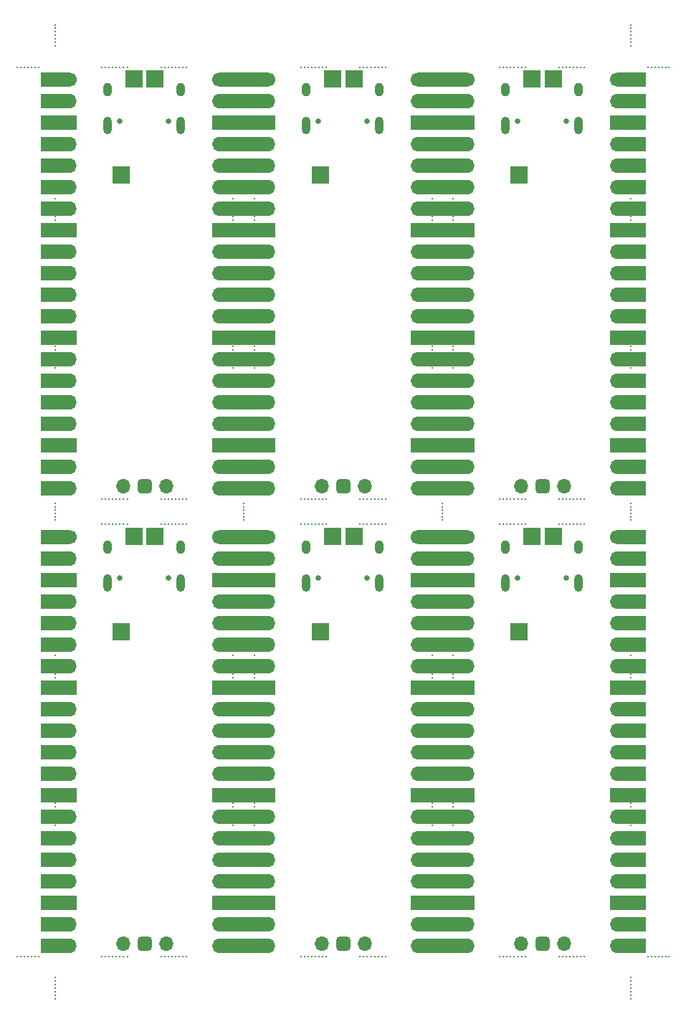
<source format=gbr>
%TF.GenerationSoftware,KiCad,Pcbnew,7.0.9*%
%TF.CreationDate,2024-05-10T15:51:33-04:00*%
%TF.ProjectId,panel,70616e65-6c2e-46b6-9963-61645f706362,rev?*%
%TF.SameCoordinates,Original*%
%TF.FileFunction,Soldermask,Bot*%
%TF.FilePolarity,Negative*%
%FSLAX46Y46*%
G04 Gerber Fmt 4.6, Leading zero omitted, Abs format (unit mm)*
G04 Created by KiCad (PCBNEW 7.0.9) date 2024-05-10 15:51:33*
%MOMM*%
%LPD*%
G01*
G04 APERTURE LIST*
G04 Aperture macros list*
%AMRoundRect*
0 Rectangle with rounded corners*
0 $1 Rounding radius*
0 $2 $3 $4 $5 $6 $7 $8 $9 X,Y pos of 4 corners*
0 Add a 4 corners polygon primitive as box body*
4,1,4,$2,$3,$4,$5,$6,$7,$8,$9,$2,$3,0*
0 Add four circle primitives for the rounded corners*
1,1,$1+$1,$2,$3*
1,1,$1+$1,$4,$5*
1,1,$1+$1,$6,$7*
1,1,$1+$1,$8,$9*
0 Add four rect primitives between the rounded corners*
20,1,$1+$1,$2,$3,$4,$5,0*
20,1,$1+$1,$4,$5,$6,$7,0*
20,1,$1+$1,$6,$7,$8,$9,0*
20,1,$1+$1,$8,$9,$2,$3,0*%
G04 Aperture macros list end*
%ADD10R,2.000000X2.000000*%
%ADD11C,0.200000*%
%ADD12R,3.500000X1.700000*%
%ADD13C,1.700000*%
%ADD14O,1.700000X1.700000*%
%ADD15R,1.700000X1.700000*%
%ADD16C,0.650000*%
%ADD17O,1.000000X2.100000*%
%ADD18O,1.000000X1.600000*%
%ADD19RoundRect,0.425000X0.425000X-0.425000X0.425000X0.425000X-0.425000X0.425000X-0.425000X-0.425000X0*%
G04 APERTURE END LIST*
D10*
%TO.C,TP1*%
X147290000Y-26380000D03*
%TD*%
%TO.C,TP2*%
X173290000Y-80380000D03*
%TD*%
%TO.C,TP1*%
X170790000Y-26380000D03*
%TD*%
%TO.C,TP3*%
X145810000Y-91710000D03*
%TD*%
%TO.C,TP2*%
X149790000Y-26380000D03*
%TD*%
%TO.C,TP3*%
X122310000Y-37710000D03*
%TD*%
%TO.C,TP2*%
X126290000Y-26380000D03*
%TD*%
%TO.C,TP2*%
X126290000Y-80380000D03*
%TD*%
%TO.C,TP3*%
X145810000Y-37710000D03*
%TD*%
%TO.C,TP1*%
X123790000Y-26380000D03*
%TD*%
%TO.C,TP1*%
X170790000Y-80380000D03*
%TD*%
%TO.C,TP3*%
X169310000Y-91710000D03*
%TD*%
%TO.C,TP1*%
X123790000Y-80380000D03*
%TD*%
%TO.C,TP2*%
X149790000Y-80380000D03*
%TD*%
%TO.C,TP1*%
X147290000Y-80380000D03*
%TD*%
%TO.C,TP3*%
X169310000Y-37710000D03*
%TD*%
%TO.C,TP3*%
X122310000Y-91710000D03*
%TD*%
%TO.C,TP2*%
X173290000Y-26380000D03*
%TD*%
D11*
%TO.C,KiKit_MB_10_5*%
X138000000Y-58785714D03*
%TD*%
%TO.C,KiKit_MB_3_5*%
X135500000Y-42214286D03*
%TD*%
%TO.C,KiKit_MB_29_5*%
X121714286Y-79000000D03*
%TD*%
%TO.C,KiKit_MB_58_6*%
X112083334Y-130000000D03*
%TD*%
%TO.C,KiKit_MB_35_8*%
X159000000Y-97500000D03*
%TD*%
%TO.C,KiKit_MB_25_1*%
X114500000Y-97500000D03*
%TD*%
%TO.C,KiKit_MB_30_8*%
X130000000Y-79000000D03*
%TD*%
%TO.C,KiKit_MB_14_7*%
X153071428Y-25000000D03*
%TD*%
%TO.C,KiKit_MB_35_4*%
X159000000Y-95785714D03*
%TD*%
%TO.C,KiKit_MB_43_7*%
X182500000Y-97071428D03*
%TD*%
%TO.C,KiKit_MB_31_7*%
X120428572Y-130000000D03*
%TD*%
%TO.C,KiKit_MB_9_2*%
X138000000Y-43071429D03*
%TD*%
%TO.C,KiKit_MB_28_3*%
X135500000Y-112357142D03*
%TD*%
%TO.C,KiKit_MB_32_4*%
X128714285Y-130000000D03*
%TD*%
%TO.C,KiKit_MB_16_8*%
X150500000Y-76000000D03*
%TD*%
%TO.C,KiKit_MB_41_3*%
X161500000Y-96642857D03*
%TD*%
%TO.C,KiKit_MB_5_1*%
X120000000Y-25000000D03*
%TD*%
D12*
%TO.C,J1*%
X137970000Y-26490000D03*
D13*
X139670000Y-26490000D03*
D12*
X137970000Y-29030000D03*
D14*
X139670000Y-29030000D03*
D12*
X137970000Y-31570000D03*
D15*
X139670000Y-31570000D03*
D12*
X137970000Y-34110000D03*
D14*
X139670000Y-34110000D03*
D12*
X137970000Y-36650000D03*
D14*
X139670000Y-36650000D03*
D12*
X137970000Y-39190000D03*
D14*
X139670000Y-39190000D03*
D12*
X137960000Y-41730000D03*
D14*
X139670000Y-41730000D03*
D12*
X137970000Y-44270000D03*
D15*
X139670000Y-44270000D03*
D12*
X137970000Y-46810000D03*
D14*
X139670000Y-46810000D03*
D12*
X137970000Y-49350000D03*
D14*
X139670000Y-49350000D03*
D12*
X137970000Y-51890000D03*
D14*
X139670000Y-51890000D03*
D12*
X137980000Y-54430000D03*
D14*
X139670000Y-54430000D03*
D12*
X137970000Y-56970000D03*
D15*
X139670000Y-56970000D03*
D12*
X137970000Y-59510000D03*
D14*
X139670000Y-59510000D03*
D12*
X137970000Y-62050000D03*
D14*
X139670000Y-62050000D03*
D12*
X137970000Y-64590000D03*
D14*
X139670000Y-64590000D03*
D12*
X137970000Y-67140000D03*
D14*
X139670000Y-67130000D03*
D12*
X137970000Y-69670000D03*
D15*
X139670000Y-69670000D03*
D12*
X137970000Y-72220000D03*
D14*
X139670000Y-72210000D03*
D12*
X137970000Y-74750000D03*
D14*
X139670000Y-74750000D03*
%TD*%
D11*
%TO.C,KiKit_MB_17_7*%
X161500000Y-40928572D03*
%TD*%
%TO.C,KiKit_MB_26_1*%
X114500000Y-114500000D03*
%TD*%
%TO.C,KiKit_MB_7_5*%
X121285715Y-76000000D03*
%TD*%
%TO.C,KiKit_MB_10_1*%
X138000000Y-60500000D03*
%TD*%
%TO.C,KiKit_MB_13_7*%
X146071428Y-25000000D03*
%TD*%
%TO.C,KiKit_MB_49_4*%
X136750000Y-77300000D03*
%TD*%
%TO.C,KiKit_MB_39_7*%
X143928571Y-130000000D03*
%TD*%
%TO.C,KiKit_MB_41_8*%
X161500000Y-94500000D03*
%TD*%
%TO.C,KiKit_MB_39_5*%
X144785714Y-130000000D03*
%TD*%
%TO.C,KiKit_MB_44_4*%
X182500000Y-112785714D03*
%TD*%
%TO.C,KiKit_MB_54_7*%
X182500000Y-22500000D03*
%TD*%
%TO.C,KiKit_MB_32_5*%
X128285714Y-130000000D03*
%TD*%
%TO.C,KiKit_MB_2_2*%
X114500000Y-60071428D03*
%TD*%
%TO.C,KiKit_MB_16_1*%
X153500000Y-76000000D03*
%TD*%
%TO.C,KiKit_MB_3_3*%
X135500000Y-41357143D03*
%TD*%
%TO.C,KiKit_MB_4_3*%
X135500000Y-58357142D03*
%TD*%
D13*
%TO.C,J2*%
X180840000Y-80460000D03*
D12*
X182540000Y-80460000D03*
D14*
X180840000Y-83000000D03*
D12*
X182540000Y-83000000D03*
D15*
X180840000Y-85540000D03*
D12*
X182540000Y-85540000D03*
D14*
X180840000Y-88080000D03*
D12*
X182540000Y-88080000D03*
D14*
X180840000Y-90620000D03*
D12*
X182540000Y-90620000D03*
D14*
X180840000Y-93160000D03*
D12*
X182540000Y-93160000D03*
D14*
X180840000Y-95700000D03*
D12*
X182550000Y-95700000D03*
D15*
X180840000Y-98240000D03*
D12*
X182540000Y-98240000D03*
D14*
X180840000Y-100780000D03*
D12*
X182540000Y-100780000D03*
D14*
X180840000Y-103320000D03*
D12*
X182540000Y-103320000D03*
D14*
X180840000Y-105860000D03*
D12*
X182540000Y-105860000D03*
D14*
X180840000Y-108400000D03*
D12*
X182530000Y-108400000D03*
D15*
X180840000Y-110940000D03*
D12*
X182540000Y-110940000D03*
D14*
X180840000Y-113480000D03*
D12*
X182540000Y-113480000D03*
D14*
X180840000Y-116020000D03*
D12*
X182540000Y-116020000D03*
D14*
X180840000Y-118560000D03*
D12*
X182540000Y-118560000D03*
D14*
X180840000Y-121100000D03*
D12*
X182540000Y-121110000D03*
D15*
X180840000Y-123640000D03*
D12*
X182540000Y-123640000D03*
D14*
X180840000Y-126180000D03*
D12*
X182540000Y-126190000D03*
D14*
X180840000Y-128720000D03*
D12*
X182540000Y-128720000D03*
%TD*%
D11*
%TO.C,KiKit_MB_10_7*%
X138000000Y-57928571D03*
%TD*%
%TO.C,KiKit_MB_5_8*%
X123000000Y-25000000D03*
%TD*%
%TO.C,KiKit_MB_44_6*%
X182500000Y-113642857D03*
%TD*%
%TO.C,KiKit_MB_21_8*%
X170000000Y-25000000D03*
%TD*%
%TO.C,KiKit_MB_13_4*%
X144785714Y-25000000D03*
%TD*%
%TO.C,KiKit_MB_59_5*%
X186166666Y-25000000D03*
%TD*%
%TO.C,KiKit_MB_22_5*%
X175714285Y-25000000D03*
%TD*%
%TO.C,KiKit_MB_21_5*%
X168714285Y-25000000D03*
%TD*%
D13*
%TO.C,J2*%
X133840000Y-80460000D03*
D12*
X135540000Y-80460000D03*
D14*
X133840000Y-83000000D03*
D12*
X135540000Y-83000000D03*
D15*
X133840000Y-85540000D03*
D12*
X135540000Y-85540000D03*
D14*
X133840000Y-88080000D03*
D12*
X135540000Y-88080000D03*
D14*
X133840000Y-90620000D03*
D12*
X135540000Y-90620000D03*
D14*
X133840000Y-93160000D03*
D12*
X135540000Y-93160000D03*
D14*
X133840000Y-95700000D03*
D12*
X135550000Y-95700000D03*
D15*
X133840000Y-98240000D03*
D12*
X135540000Y-98240000D03*
D14*
X133840000Y-100780000D03*
D12*
X135540000Y-100780000D03*
D14*
X133840000Y-103320000D03*
D12*
X135540000Y-103320000D03*
D14*
X133840000Y-105860000D03*
D12*
X135540000Y-105860000D03*
D14*
X133840000Y-108400000D03*
D12*
X135530000Y-108400000D03*
D15*
X133840000Y-110940000D03*
D12*
X135540000Y-110940000D03*
D14*
X133840000Y-113480000D03*
D12*
X135540000Y-113480000D03*
D14*
X133840000Y-116020000D03*
D12*
X135540000Y-116020000D03*
D14*
X133840000Y-118560000D03*
D12*
X135540000Y-118560000D03*
D14*
X133840000Y-121100000D03*
D12*
X135540000Y-121110000D03*
D15*
X133840000Y-123640000D03*
D12*
X135540000Y-123640000D03*
D14*
X133840000Y-126180000D03*
D12*
X135540000Y-126190000D03*
D14*
X133840000Y-128720000D03*
D12*
X135540000Y-128720000D03*
%TD*%
D11*
%TO.C,KiKit_MB_39_8*%
X143500000Y-130000000D03*
%TD*%
%TO.C,KiKit_MB_20_5*%
X182500000Y-59214285D03*
%TD*%
%TO.C,KiKit_MB_26_7*%
X114500000Y-111928571D03*
%TD*%
%TO.C,KiKit_MB_20_8*%
X182500000Y-60500000D03*
%TD*%
%TO.C,KiKit_MB_45_8*%
X170000000Y-79000000D03*
%TD*%
%TO.C,KiKit_MB_6_5*%
X128714285Y-25000000D03*
%TD*%
%TO.C,KiKit_MB_1_8*%
X114500000Y-40500000D03*
%TD*%
%TO.C,KiKit_MB_57_7*%
X112500000Y-25000000D03*
%TD*%
D16*
%TO.C,J4*%
X174850000Y-85350000D03*
X169070000Y-85350000D03*
D17*
X176280000Y-85880000D03*
D18*
X176280000Y-81700000D03*
D17*
X167640000Y-85880000D03*
D18*
X167640000Y-81700000D03*
%TD*%
D11*
%TO.C,KiKit_MB_21_2*%
X167428571Y-25000000D03*
%TD*%
%TO.C,KiKit_MB_20_2*%
X182500000Y-57928571D03*
%TD*%
%TO.C,KiKit_MB_15_8*%
X143500000Y-76000000D03*
%TD*%
%TO.C,KiKit_MB_46_6*%
X176142857Y-79000000D03*
%TD*%
%TO.C,KiKit_MB_34_3*%
X138000000Y-113642857D03*
%TD*%
%TO.C,KiKit_MB_23_2*%
X169571428Y-76000000D03*
%TD*%
%TO.C,KiKit_MB_45_1*%
X167000000Y-79000000D03*
%TD*%
%TO.C,KiKit_MB_8_3*%
X129142857Y-76000000D03*
%TD*%
%TO.C,KiKit_MB_30_3*%
X127857142Y-79000000D03*
%TD*%
%TO.C,KiKit_MB_7_7*%
X120428572Y-76000000D03*
%TD*%
%TO.C,KiKit_MB_18_2*%
X161500000Y-60071428D03*
%TD*%
%TO.C,KiKit_MB_58_7*%
X112500000Y-130000000D03*
%TD*%
%TO.C,KiKit_MB_40_7*%
X150928571Y-130000000D03*
%TD*%
%TO.C,KiKit_MB_3_4*%
X135500000Y-41785715D03*
%TD*%
%TO.C,KiKit_MB_34_2*%
X138000000Y-114071428D03*
%TD*%
%TO.C,KiKit_MB_26_2*%
X114500000Y-114071428D03*
%TD*%
%TO.C,KiKit_MB_49_2*%
X136750000Y-78100000D03*
%TD*%
%TO.C,KiKit_MB_2_7*%
X114500000Y-57928571D03*
%TD*%
%TO.C,KiKit_MB_19_7*%
X182500000Y-43071429D03*
%TD*%
%TO.C,KiKit_MB_30_6*%
X129142857Y-79000000D03*
%TD*%
%TO.C,KiKit_MB_49_6*%
X136750000Y-76500000D03*
%TD*%
%TO.C,KiKit_MB_11_5*%
X159000000Y-42214286D03*
%TD*%
%TO.C,KiKit_MB_48_4*%
X175714285Y-130000000D03*
%TD*%
%TO.C,KiKit_MB_30_7*%
X129571428Y-79000000D03*
%TD*%
%TO.C,KiKit_MB_38_5*%
X152214285Y-79000000D03*
%TD*%
%TO.C,KiKit_MB_37_4*%
X144785714Y-79000000D03*
%TD*%
%TO.C,KiKit_MB_19_2*%
X182500000Y-40928572D03*
%TD*%
%TO.C,KiKit_MB_26_5*%
X114500000Y-112785714D03*
%TD*%
%TO.C,KiKit_MB_46_7*%
X176571428Y-79000000D03*
%TD*%
%TO.C,KiKit_MB_31_5*%
X121285715Y-130000000D03*
%TD*%
D13*
%TO.C,J2*%
X133840000Y-26460000D03*
D12*
X135540000Y-26460000D03*
D14*
X133840000Y-29000000D03*
D12*
X135540000Y-29000000D03*
D15*
X133840000Y-31540000D03*
D12*
X135540000Y-31540000D03*
D14*
X133840000Y-34080000D03*
D12*
X135540000Y-34080000D03*
D14*
X133840000Y-36620000D03*
D12*
X135540000Y-36620000D03*
D14*
X133840000Y-39160000D03*
D12*
X135540000Y-39160000D03*
D14*
X133840000Y-41700000D03*
D12*
X135550000Y-41700000D03*
D15*
X133840000Y-44240000D03*
D12*
X135540000Y-44240000D03*
D14*
X133840000Y-46780000D03*
D12*
X135540000Y-46780000D03*
D14*
X133840000Y-49320000D03*
D12*
X135540000Y-49320000D03*
D14*
X133840000Y-51860000D03*
D12*
X135540000Y-51860000D03*
D14*
X133840000Y-54400000D03*
D12*
X135530000Y-54400000D03*
D15*
X133840000Y-56940000D03*
D12*
X135540000Y-56940000D03*
D14*
X133840000Y-59480000D03*
D12*
X135540000Y-59480000D03*
D14*
X133840000Y-62020000D03*
D12*
X135540000Y-62020000D03*
D14*
X133840000Y-64560000D03*
D12*
X135540000Y-64560000D03*
D14*
X133840000Y-67100000D03*
D12*
X135540000Y-67110000D03*
D15*
X133840000Y-69640000D03*
D12*
X135540000Y-69640000D03*
D14*
X133840000Y-72180000D03*
D12*
X135540000Y-72190000D03*
D14*
X133840000Y-74720000D03*
D12*
X135540000Y-74720000D03*
%TD*%
D11*
%TO.C,KiKit_MB_49_3*%
X136750000Y-77700000D03*
%TD*%
%TO.C,KiKit_MB_38_8*%
X153500000Y-79000000D03*
%TD*%
%TO.C,KiKit_MB_13_8*%
X146500000Y-25000000D03*
%TD*%
%TO.C,KiKit_MB_35_6*%
X159000000Y-96642857D03*
%TD*%
%TO.C,KiKit_MB_12_6*%
X159000000Y-59642857D03*
%TD*%
%TO.C,KiKit_MB_2_1*%
X114500000Y-60500000D03*
%TD*%
%TO.C,KiKit_MB_59_7*%
X187000000Y-25000000D03*
%TD*%
%TO.C,KiKit_MB_60_5*%
X186166666Y-130000000D03*
%TD*%
%TO.C,KiKit_MB_25_5*%
X114500000Y-95785714D03*
%TD*%
%TO.C,KiKit_MB_18_7*%
X161500000Y-57928571D03*
%TD*%
%TO.C,KiKit_MB_51_6*%
X114500000Y-78500000D03*
%TD*%
%TO.C,KiKit_MB_18_6*%
X161500000Y-58357142D03*
%TD*%
%TO.C,KiKit_MB_55_6*%
X114500000Y-134583333D03*
%TD*%
%TO.C,KiKit_MB_23_8*%
X167000000Y-76000000D03*
%TD*%
%TO.C,KiKit_MB_29_1*%
X120000000Y-79000000D03*
%TD*%
%TO.C,KiKit_MB_25_3*%
X114500000Y-96642857D03*
%TD*%
%TO.C,KiKit_MB_30_1*%
X127000000Y-79000000D03*
%TD*%
%TO.C,KiKit_MB_13_1*%
X143500000Y-25000000D03*
%TD*%
%TO.C,KiKit_MB_27_5*%
X135500000Y-96214285D03*
%TD*%
D12*
%TO.C,J1*%
X137970000Y-80490000D03*
D13*
X139670000Y-80490000D03*
D12*
X137970000Y-83030000D03*
D14*
X139670000Y-83030000D03*
D12*
X137970000Y-85570000D03*
D15*
X139670000Y-85570000D03*
D12*
X137970000Y-88110000D03*
D14*
X139670000Y-88110000D03*
D12*
X137970000Y-90650000D03*
D14*
X139670000Y-90650000D03*
D12*
X137970000Y-93190000D03*
D14*
X139670000Y-93190000D03*
D12*
X137960000Y-95730000D03*
D14*
X139670000Y-95730000D03*
D12*
X137970000Y-98270000D03*
D15*
X139670000Y-98270000D03*
D12*
X137970000Y-100810000D03*
D14*
X139670000Y-100810000D03*
D12*
X137970000Y-103350000D03*
D14*
X139670000Y-103350000D03*
D12*
X137970000Y-105890000D03*
D14*
X139670000Y-105890000D03*
D12*
X137980000Y-108430000D03*
D14*
X139670000Y-108430000D03*
D12*
X137970000Y-110970000D03*
D15*
X139670000Y-110970000D03*
D12*
X137970000Y-113510000D03*
D14*
X139670000Y-113510000D03*
D12*
X137970000Y-116050000D03*
D14*
X139670000Y-116050000D03*
D12*
X137970000Y-118590000D03*
D14*
X139670000Y-118590000D03*
D12*
X137970000Y-121140000D03*
D14*
X139670000Y-121130000D03*
D12*
X137970000Y-123670000D03*
D15*
X139670000Y-123670000D03*
D12*
X137970000Y-126220000D03*
D14*
X139670000Y-126210000D03*
D12*
X137970000Y-128750000D03*
D14*
X139670000Y-128750000D03*
%TD*%
D11*
%TO.C,KiKit_MB_32_2*%
X129571428Y-130000000D03*
%TD*%
%TO.C,KiKit_MB_45_3*%
X167857142Y-79000000D03*
%TD*%
%TO.C,KiKit_MB_33_2*%
X138000000Y-97071428D03*
%TD*%
%TO.C,KiKit_MB_3_6*%
X135500000Y-42642858D03*
%TD*%
%TO.C,KiKit_MB_34_5*%
X138000000Y-112785714D03*
%TD*%
%TO.C,KiKit_MB_33_4*%
X138000000Y-96214285D03*
%TD*%
D13*
%TO.C,J2*%
X157340000Y-26460000D03*
D12*
X159040000Y-26460000D03*
D14*
X157340000Y-29000000D03*
D12*
X159040000Y-29000000D03*
D15*
X157340000Y-31540000D03*
D12*
X159040000Y-31540000D03*
D14*
X157340000Y-34080000D03*
D12*
X159040000Y-34080000D03*
D14*
X157340000Y-36620000D03*
D12*
X159040000Y-36620000D03*
D14*
X157340000Y-39160000D03*
D12*
X159040000Y-39160000D03*
D14*
X157340000Y-41700000D03*
D12*
X159050000Y-41700000D03*
D15*
X157340000Y-44240000D03*
D12*
X159040000Y-44240000D03*
D14*
X157340000Y-46780000D03*
D12*
X159040000Y-46780000D03*
D14*
X157340000Y-49320000D03*
D12*
X159040000Y-49320000D03*
D14*
X157340000Y-51860000D03*
D12*
X159040000Y-51860000D03*
D14*
X157340000Y-54400000D03*
D12*
X159030000Y-54400000D03*
D15*
X157340000Y-56940000D03*
D12*
X159040000Y-56940000D03*
D14*
X157340000Y-59480000D03*
D12*
X159040000Y-59480000D03*
D14*
X157340000Y-62020000D03*
D12*
X159040000Y-62020000D03*
D14*
X157340000Y-64560000D03*
D12*
X159040000Y-64560000D03*
D14*
X157340000Y-67100000D03*
D12*
X159040000Y-67110000D03*
D15*
X157340000Y-69640000D03*
D12*
X159040000Y-69640000D03*
D14*
X157340000Y-72180000D03*
D12*
X159040000Y-72190000D03*
D14*
X157340000Y-74720000D03*
D12*
X159040000Y-74720000D03*
%TD*%
D11*
%TO.C,KiKit_MB_11_2*%
X159000000Y-40928572D03*
%TD*%
%TO.C,KiKit_MB_28_7*%
X135500000Y-114071428D03*
%TD*%
%TO.C,KiKit_MB_22_2*%
X174428571Y-25000000D03*
%TD*%
%TO.C,KiKit_MB_6_1*%
X127000000Y-25000000D03*
%TD*%
%TO.C,KiKit_MB_15_5*%
X144785714Y-76000000D03*
%TD*%
%TO.C,KiKit_MB_48_8*%
X174000000Y-130000000D03*
%TD*%
%TO.C,KiKit_MB_26_4*%
X114500000Y-113214285D03*
%TD*%
%TO.C,KiKit_MB_33_3*%
X138000000Y-96642857D03*
%TD*%
%TO.C,KiKit_MB_34_7*%
X138000000Y-111928571D03*
%TD*%
%TO.C,KiKit_MB_35_1*%
X159000000Y-94500000D03*
%TD*%
%TO.C,KiKit_MB_36_2*%
X159000000Y-111928571D03*
%TD*%
%TO.C,KiKit_MB_32_8*%
X127000000Y-130000000D03*
%TD*%
%TO.C,KiKit_MB_47_1*%
X170000000Y-130000000D03*
%TD*%
%TO.C,KiKit_MB_44_3*%
X182500000Y-112357142D03*
%TD*%
%TO.C,KiKit_MB_32_3*%
X129142857Y-130000000D03*
%TD*%
%TO.C,KiKit_MB_37_2*%
X143928571Y-79000000D03*
%TD*%
%TO.C,KiKit_MB_15_4*%
X145214285Y-76000000D03*
%TD*%
%TO.C,KiKit_MB_33_7*%
X138000000Y-94928571D03*
%TD*%
%TO.C,KiKit_MB_40_1*%
X153500000Y-130000000D03*
%TD*%
%TO.C,KiKit_MB_36_1*%
X159000000Y-111500000D03*
%TD*%
%TO.C,KiKit_MB_58_5*%
X111666667Y-130000000D03*
%TD*%
%TO.C,KiKit_MB_29_4*%
X121285715Y-79000000D03*
%TD*%
%TO.C,KiKit_MB_55_5*%
X114500000Y-134166666D03*
%TD*%
%TO.C,KiKit_MB_40_3*%
X152642857Y-130000000D03*
%TD*%
%TO.C,KiKit_MB_42_8*%
X161500000Y-111500000D03*
%TD*%
%TO.C,KiKit_MB_32_1*%
X130000000Y-130000000D03*
%TD*%
%TO.C,KiKit_MB_8_1*%
X130000000Y-76000000D03*
%TD*%
%TO.C,KiKit_MB_3_8*%
X135500000Y-43500000D03*
%TD*%
%TO.C,KiKit_MB_42_2*%
X161500000Y-114071428D03*
%TD*%
%TO.C,KiKit_MB_55_7*%
X114500000Y-135000000D03*
%TD*%
%TO.C,KiKit_MB_60_3*%
X185333333Y-130000000D03*
%TD*%
%TO.C,KiKit_MB_52_6*%
X182500000Y-78500000D03*
%TD*%
%TO.C,KiKit_MB_5_2*%
X120428572Y-25000000D03*
%TD*%
%TO.C,KiKit_MB_47_3*%
X169142857Y-130000000D03*
%TD*%
%TO.C,KiKit_MB_19_4*%
X182500000Y-41785715D03*
%TD*%
%TO.C,KiKit_MB_9_8*%
X138000000Y-40500000D03*
%TD*%
%TO.C,KiKit_MB_40_2*%
X153071428Y-130000000D03*
%TD*%
%TO.C,KiKit_MB_54_1*%
X182500000Y-20000000D03*
%TD*%
%TO.C,KiKit_MB_48_7*%
X174428571Y-130000000D03*
%TD*%
%TO.C,KiKit_MB_1_7*%
X114500000Y-40928572D03*
%TD*%
%TO.C,KiKit_MB_38_2*%
X150928571Y-79000000D03*
%TD*%
%TO.C,KiKit_MB_48_3*%
X176142857Y-130000000D03*
%TD*%
%TO.C,KiKit_MB_48_6*%
X174857142Y-130000000D03*
%TD*%
%TO.C,KiKit_MB_2_5*%
X114500000Y-58785714D03*
%TD*%
%TO.C,KiKit_MB_5_3*%
X120857143Y-25000000D03*
%TD*%
%TO.C,KiKit_MB_1_3*%
X114500000Y-42642858D03*
%TD*%
%TO.C,KiKit_MB_22_7*%
X176571428Y-25000000D03*
%TD*%
%TO.C,KiKit_MB_17_5*%
X161500000Y-41785715D03*
%TD*%
%TO.C,KiKit_MB_40_6*%
X151357142Y-130000000D03*
%TD*%
%TO.C,KiKit_MB_42_3*%
X161500000Y-113642857D03*
%TD*%
%TO.C,KiKit_MB_42_6*%
X161500000Y-112357142D03*
%TD*%
%TO.C,KiKit_MB_44_7*%
X182500000Y-114071428D03*
%TD*%
%TO.C,KiKit_MB_28_8*%
X135500000Y-114500000D03*
%TD*%
%TO.C,KiKit_MB_4_2*%
X135500000Y-57928571D03*
%TD*%
%TO.C,KiKit_MB_46_4*%
X175285714Y-79000000D03*
%TD*%
%TO.C,KiKit_MB_46_8*%
X177000000Y-79000000D03*
%TD*%
D12*
%TO.C,J1*%
X114470000Y-26490000D03*
D13*
X116170000Y-26490000D03*
D12*
X114470000Y-29030000D03*
D14*
X116170000Y-29030000D03*
D12*
X114470000Y-31570000D03*
D15*
X116170000Y-31570000D03*
D12*
X114470000Y-34110000D03*
D14*
X116170000Y-34110000D03*
D12*
X114470000Y-36650000D03*
D14*
X116170000Y-36650000D03*
D12*
X114470000Y-39190000D03*
D14*
X116170000Y-39190000D03*
D12*
X114460000Y-41730000D03*
D14*
X116170000Y-41730000D03*
D12*
X114470000Y-44270000D03*
D15*
X116170000Y-44270000D03*
D12*
X114470000Y-46810000D03*
D14*
X116170000Y-46810000D03*
D12*
X114470000Y-49350000D03*
D14*
X116170000Y-49350000D03*
D12*
X114470000Y-51890000D03*
D14*
X116170000Y-51890000D03*
D12*
X114480000Y-54430000D03*
D14*
X116170000Y-54430000D03*
D12*
X114470000Y-56970000D03*
D15*
X116170000Y-56970000D03*
D12*
X114470000Y-59510000D03*
D14*
X116170000Y-59510000D03*
D12*
X114470000Y-62050000D03*
D14*
X116170000Y-62050000D03*
D12*
X114470000Y-64590000D03*
D14*
X116170000Y-64590000D03*
D12*
X114470000Y-67140000D03*
D14*
X116170000Y-67130000D03*
D12*
X114470000Y-69670000D03*
D15*
X116170000Y-69670000D03*
D12*
X114470000Y-72220000D03*
D14*
X116170000Y-72210000D03*
D12*
X114470000Y-74750000D03*
D14*
X116170000Y-74750000D03*
%TD*%
D11*
%TO.C,KiKit_MB_47_4*%
X168714285Y-130000000D03*
%TD*%
D16*
%TO.C,J4*%
X127850000Y-31350000D03*
X122070000Y-31350000D03*
D17*
X129280000Y-31880000D03*
D18*
X129280000Y-27700000D03*
D17*
X120640000Y-31880000D03*
D18*
X120640000Y-27700000D03*
%TD*%
D11*
%TO.C,KiKit_MB_1_4*%
X114500000Y-42214286D03*
%TD*%
%TO.C,KiKit_MB_28_4*%
X135500000Y-112785714D03*
%TD*%
%TO.C,KiKit_MB_17_6*%
X161500000Y-41357143D03*
%TD*%
%TO.C,KiKit_MB_8_2*%
X129571428Y-76000000D03*
%TD*%
%TO.C,KiKit_MB_10_8*%
X138000000Y-57500000D03*
%TD*%
%TO.C,KiKit_MB_42_4*%
X161500000Y-113214285D03*
%TD*%
%TO.C,KiKit_MB_4_7*%
X135500000Y-60071428D03*
%TD*%
D12*
%TO.C,J1*%
X161470000Y-80490000D03*
D13*
X163170000Y-80490000D03*
D12*
X161470000Y-83030000D03*
D14*
X163170000Y-83030000D03*
D12*
X161470000Y-85570000D03*
D15*
X163170000Y-85570000D03*
D12*
X161470000Y-88110000D03*
D14*
X163170000Y-88110000D03*
D12*
X161470000Y-90650000D03*
D14*
X163170000Y-90650000D03*
D12*
X161470000Y-93190000D03*
D14*
X163170000Y-93190000D03*
D12*
X161460000Y-95730000D03*
D14*
X163170000Y-95730000D03*
D12*
X161470000Y-98270000D03*
D15*
X163170000Y-98270000D03*
D12*
X161470000Y-100810000D03*
D14*
X163170000Y-100810000D03*
D12*
X161470000Y-103350000D03*
D14*
X163170000Y-103350000D03*
D12*
X161470000Y-105890000D03*
D14*
X163170000Y-105890000D03*
D12*
X161480000Y-108430000D03*
D14*
X163170000Y-108430000D03*
D12*
X161470000Y-110970000D03*
D15*
X163170000Y-110970000D03*
D12*
X161470000Y-113510000D03*
D14*
X163170000Y-113510000D03*
D12*
X161470000Y-116050000D03*
D14*
X163170000Y-116050000D03*
D12*
X161470000Y-118590000D03*
D14*
X163170000Y-118590000D03*
D12*
X161470000Y-121140000D03*
D14*
X163170000Y-121130000D03*
D12*
X161470000Y-123670000D03*
D15*
X163170000Y-123670000D03*
D12*
X161470000Y-126220000D03*
D14*
X163170000Y-126210000D03*
D12*
X161470000Y-128750000D03*
D14*
X163170000Y-128750000D03*
%TD*%
D11*
%TO.C,KiKit_MB_51_5*%
X114500000Y-78100000D03*
%TD*%
%TO.C,KiKit_MB_7_2*%
X122571429Y-76000000D03*
%TD*%
%TO.C,KiKit_MB_11_6*%
X159000000Y-42642858D03*
%TD*%
%TO.C,KiKit_MB_6_3*%
X127857142Y-25000000D03*
%TD*%
%TO.C,KiKit_MB_22_8*%
X177000000Y-25000000D03*
%TD*%
%TO.C,KiKit_MB_44_8*%
X182500000Y-114500000D03*
%TD*%
%TO.C,KiKit_MB_29_8*%
X123000000Y-79000000D03*
%TD*%
%TO.C,KiKit_MB_59_2*%
X184916666Y-25000000D03*
%TD*%
%TO.C,KiKit_MB_27_3*%
X135500000Y-95357142D03*
%TD*%
%TO.C,KiKit_MB_12_2*%
X159000000Y-57928571D03*
%TD*%
%TO.C,KiKit_MB_54_2*%
X182500000Y-20416667D03*
%TD*%
%TO.C,KiKit_MB_43_6*%
X182500000Y-96642857D03*
%TD*%
%TO.C,KiKit_MB_11_1*%
X159000000Y-40500000D03*
%TD*%
%TO.C,KiKit_MB_54_4*%
X182500000Y-21250000D03*
%TD*%
%TO.C,KiKit_MB_24_1*%
X177000000Y-76000000D03*
%TD*%
%TO.C,KiKit_MB_11_7*%
X159000000Y-43071429D03*
%TD*%
%TO.C,KiKit_MB_17_4*%
X161500000Y-42214286D03*
%TD*%
%TO.C,KiKit_MB_54_3*%
X182500000Y-20833334D03*
%TD*%
D14*
%TO.C,J3*%
X122525000Y-74470000D03*
D19*
X125065000Y-74470000D03*
D14*
X127605000Y-74470000D03*
%TD*%
D11*
%TO.C,KiKit_MB_19_3*%
X182500000Y-41357143D03*
%TD*%
%TO.C,KiKit_MB_4_5*%
X135500000Y-59214285D03*
%TD*%
%TO.C,KiKit_MB_57_6*%
X112083334Y-25000000D03*
%TD*%
%TO.C,KiKit_MB_14_5*%
X152214285Y-25000000D03*
%TD*%
%TO.C,KiKit_MB_46_2*%
X174428571Y-79000000D03*
%TD*%
%TO.C,KiKit_MB_19_6*%
X182500000Y-42642858D03*
%TD*%
%TO.C,KiKit_MB_36_4*%
X159000000Y-112785714D03*
%TD*%
%TO.C,KiKit_MB_16_3*%
X152642857Y-76000000D03*
%TD*%
%TO.C,KiKit_MB_51_2*%
X114500000Y-76900000D03*
%TD*%
%TO.C,KiKit_MB_4_1*%
X135500000Y-57500000D03*
%TD*%
%TO.C,KiKit_MB_37_6*%
X145642857Y-79000000D03*
%TD*%
%TO.C,KiKit_MB_56_1*%
X182500000Y-132500000D03*
%TD*%
%TO.C,KiKit_MB_37_5*%
X145214285Y-79000000D03*
%TD*%
%TO.C,KiKit_MB_45_2*%
X167428571Y-79000000D03*
%TD*%
%TO.C,KiKit_MB_4_8*%
X135500000Y-60500000D03*
%TD*%
%TO.C,KiKit_MB_46_3*%
X174857142Y-79000000D03*
%TD*%
%TO.C,KiKit_MB_14_3*%
X151357142Y-25000000D03*
%TD*%
%TO.C,KiKit_MB_56_3*%
X182500000Y-133333333D03*
%TD*%
%TO.C,KiKit_MB_57_5*%
X111666667Y-25000000D03*
%TD*%
%TO.C,KiKit_MB_51_4*%
X114500000Y-77700000D03*
%TD*%
%TO.C,KiKit_MB_17_2*%
X161500000Y-43071429D03*
%TD*%
%TO.C,KiKit_MB_8_7*%
X127428571Y-76000000D03*
%TD*%
%TO.C,KiKit_MB_40_4*%
X152214285Y-130000000D03*
%TD*%
%TO.C,KiKit_MB_10_3*%
X138000000Y-59642857D03*
%TD*%
%TO.C,KiKit_MB_11_4*%
X159000000Y-41785715D03*
%TD*%
%TO.C,KiKit_MB_52_3*%
X182500000Y-77300000D03*
%TD*%
%TO.C,KiKit_MB_53_7*%
X114500000Y-22500000D03*
%TD*%
%TO.C,KiKit_MB_57_3*%
X110833334Y-25000000D03*
%TD*%
%TO.C,KiKit_MB_9_1*%
X138000000Y-43500000D03*
%TD*%
%TO.C,KiKit_MB_23_4*%
X168714285Y-76000000D03*
%TD*%
%TO.C,KiKit_MB_54_5*%
X182500000Y-21666667D03*
%TD*%
%TO.C,KiKit_MB_47_7*%
X167428571Y-130000000D03*
%TD*%
%TO.C,KiKit_MB_38_7*%
X153071428Y-79000000D03*
%TD*%
%TO.C,KiKit_MB_10_2*%
X138000000Y-60071428D03*
%TD*%
%TO.C,KiKit_MB_44_2*%
X182500000Y-111928571D03*
%TD*%
%TO.C,KiKit_MB_37_3*%
X144357142Y-79000000D03*
%TD*%
%TO.C,KiKit_MB_56_5*%
X182500000Y-134166666D03*
%TD*%
%TO.C,KiKit_MB_47_6*%
X167857142Y-130000000D03*
%TD*%
%TO.C,KiKit_MB_13_6*%
X145642857Y-25000000D03*
%TD*%
%TO.C,KiKit_MB_50_4*%
X160250000Y-77700000D03*
%TD*%
%TO.C,KiKit_MB_12_5*%
X159000000Y-59214285D03*
%TD*%
%TO.C,KiKit_MB_24_6*%
X174857142Y-76000000D03*
%TD*%
D16*
%TO.C,J4*%
X151350000Y-31350000D03*
X145570000Y-31350000D03*
D17*
X152780000Y-31880000D03*
D18*
X152780000Y-27700000D03*
D17*
X144140000Y-31880000D03*
D18*
X144140000Y-27700000D03*
%TD*%
D11*
%TO.C,KiKit_MB_25_2*%
X114500000Y-97071428D03*
%TD*%
%TO.C,KiKit_MB_41_5*%
X161500000Y-95785714D03*
%TD*%
%TO.C,KiKit_MB_13_3*%
X144357142Y-25000000D03*
%TD*%
%TO.C,KiKit_MB_9_7*%
X138000000Y-40928572D03*
%TD*%
%TO.C,KiKit_MB_45_4*%
X168285714Y-79000000D03*
%TD*%
D12*
%TO.C,J1*%
X161470000Y-26490000D03*
D13*
X163170000Y-26490000D03*
D12*
X161470000Y-29030000D03*
D14*
X163170000Y-29030000D03*
D12*
X161470000Y-31570000D03*
D15*
X163170000Y-31570000D03*
D12*
X161470000Y-34110000D03*
D14*
X163170000Y-34110000D03*
D12*
X161470000Y-36650000D03*
D14*
X163170000Y-36650000D03*
D12*
X161470000Y-39190000D03*
D14*
X163170000Y-39190000D03*
D12*
X161460000Y-41730000D03*
D14*
X163170000Y-41730000D03*
D12*
X161470000Y-44270000D03*
D15*
X163170000Y-44270000D03*
D12*
X161470000Y-46810000D03*
D14*
X163170000Y-46810000D03*
D12*
X161470000Y-49350000D03*
D14*
X163170000Y-49350000D03*
D12*
X161470000Y-51890000D03*
D14*
X163170000Y-51890000D03*
D12*
X161480000Y-54430000D03*
D14*
X163170000Y-54430000D03*
D12*
X161470000Y-56970000D03*
D15*
X163170000Y-56970000D03*
D12*
X161470000Y-59510000D03*
D14*
X163170000Y-59510000D03*
D12*
X161470000Y-62050000D03*
D14*
X163170000Y-62050000D03*
D12*
X161470000Y-64590000D03*
D14*
X163170000Y-64590000D03*
D12*
X161470000Y-67140000D03*
D14*
X163170000Y-67130000D03*
D12*
X161470000Y-69670000D03*
D15*
X163170000Y-69670000D03*
D12*
X161470000Y-72220000D03*
D14*
X163170000Y-72210000D03*
D12*
X161470000Y-74750000D03*
D14*
X163170000Y-74750000D03*
%TD*%
D11*
%TO.C,KiKit_MB_1_5*%
X114500000Y-41785715D03*
%TD*%
%TO.C,KiKit_MB_34_1*%
X138000000Y-114500000D03*
%TD*%
D14*
%TO.C,J3*%
X146025000Y-74470000D03*
D19*
X148565000Y-74470000D03*
D14*
X151105000Y-74470000D03*
%TD*%
D11*
%TO.C,KiKit_MB_7_1*%
X123000000Y-76000000D03*
%TD*%
%TO.C,KiKit_MB_20_3*%
X182500000Y-58357142D03*
%TD*%
%TO.C,KiKit_MB_24_2*%
X176571428Y-76000000D03*
%TD*%
%TO.C,KiKit_MB_2_3*%
X114500000Y-59642857D03*
%TD*%
%TO.C,KiKit_MB_22_1*%
X174000000Y-25000000D03*
%TD*%
%TO.C,KiKit_MB_53_2*%
X114500000Y-20416667D03*
%TD*%
%TO.C,KiKit_MB_31_1*%
X123000000Y-130000000D03*
%TD*%
%TO.C,KiKit_MB_43_2*%
X182500000Y-94928571D03*
%TD*%
%TO.C,KiKit_MB_43_8*%
X182500000Y-97500000D03*
%TD*%
%TO.C,KiKit_MB_53_4*%
X114500000Y-21250000D03*
%TD*%
%TO.C,KiKit_MB_52_1*%
X182500000Y-76500000D03*
%TD*%
%TO.C,KiKit_MB_26_6*%
X114500000Y-112357142D03*
%TD*%
%TO.C,KiKit_MB_40_5*%
X151785714Y-130000000D03*
%TD*%
D13*
%TO.C,J2*%
X157340000Y-80460000D03*
D12*
X159040000Y-80460000D03*
D14*
X157340000Y-83000000D03*
D12*
X159040000Y-83000000D03*
D15*
X157340000Y-85540000D03*
D12*
X159040000Y-85540000D03*
D14*
X157340000Y-88080000D03*
D12*
X159040000Y-88080000D03*
D14*
X157340000Y-90620000D03*
D12*
X159040000Y-90620000D03*
D14*
X157340000Y-93160000D03*
D12*
X159040000Y-93160000D03*
D14*
X157340000Y-95700000D03*
D12*
X159050000Y-95700000D03*
D15*
X157340000Y-98240000D03*
D12*
X159040000Y-98240000D03*
D14*
X157340000Y-100780000D03*
D12*
X159040000Y-100780000D03*
D14*
X157340000Y-103320000D03*
D12*
X159040000Y-103320000D03*
D14*
X157340000Y-105860000D03*
D12*
X159040000Y-105860000D03*
D14*
X157340000Y-108400000D03*
D12*
X159030000Y-108400000D03*
D15*
X157340000Y-110940000D03*
D12*
X159040000Y-110940000D03*
D14*
X157340000Y-113480000D03*
D12*
X159040000Y-113480000D03*
D14*
X157340000Y-116020000D03*
D12*
X159040000Y-116020000D03*
D14*
X157340000Y-118560000D03*
D12*
X159040000Y-118560000D03*
D14*
X157340000Y-121100000D03*
D12*
X159040000Y-121110000D03*
D15*
X157340000Y-123640000D03*
D12*
X159040000Y-123640000D03*
D14*
X157340000Y-126180000D03*
D12*
X159040000Y-126190000D03*
D14*
X157340000Y-128720000D03*
D12*
X159040000Y-128720000D03*
%TD*%
D11*
%TO.C,KiKit_MB_57_4*%
X111250000Y-25000000D03*
%TD*%
%TO.C,KiKit_MB_47_2*%
X169571428Y-130000000D03*
%TD*%
%TO.C,KiKit_MB_37_7*%
X146071428Y-79000000D03*
%TD*%
D14*
%TO.C,J3*%
X122525000Y-128470000D03*
D19*
X125065000Y-128470000D03*
D14*
X127605000Y-128470000D03*
%TD*%
D11*
%TO.C,KiKit_MB_22_4*%
X175285714Y-25000000D03*
%TD*%
%TO.C,KiKit_MB_27_8*%
X135500000Y-97500000D03*
%TD*%
%TO.C,KiKit_MB_15_6*%
X144357142Y-76000000D03*
%TD*%
%TO.C,KiKit_MB_38_4*%
X151785714Y-79000000D03*
%TD*%
%TO.C,KiKit_MB_36_7*%
X159000000Y-114071428D03*
%TD*%
%TO.C,KiKit_MB_24_5*%
X175285714Y-76000000D03*
%TD*%
%TO.C,KiKit_MB_36_8*%
X159000000Y-114500000D03*
%TD*%
%TO.C,KiKit_MB_25_8*%
X114500000Y-94500000D03*
%TD*%
%TO.C,KiKit_MB_41_7*%
X161500000Y-94928571D03*
%TD*%
%TO.C,KiKit_MB_29_3*%
X120857143Y-79000000D03*
%TD*%
%TO.C,KiKit_MB_7_3*%
X122142858Y-76000000D03*
%TD*%
%TO.C,KiKit_MB_41_4*%
X161500000Y-96214285D03*
%TD*%
%TO.C,KiKit_MB_54_6*%
X182500000Y-22083334D03*
%TD*%
%TO.C,KiKit_MB_39_1*%
X146500000Y-130000000D03*
%TD*%
%TO.C,KiKit_MB_58_3*%
X110833334Y-130000000D03*
%TD*%
%TO.C,KiKit_MB_7_8*%
X120000000Y-76000000D03*
%TD*%
%TO.C,KiKit_MB_58_2*%
X110416667Y-130000000D03*
%TD*%
%TO.C,KiKit_MB_3_2*%
X135500000Y-40928572D03*
%TD*%
%TO.C,KiKit_MB_34_6*%
X138000000Y-112357142D03*
%TD*%
%TO.C,KiKit_MB_5_4*%
X121285715Y-25000000D03*
%TD*%
%TO.C,KiKit_MB_14_1*%
X150500000Y-25000000D03*
%TD*%
%TO.C,KiKit_MB_12_1*%
X159000000Y-57500000D03*
%TD*%
%TO.C,KiKit_MB_46_5*%
X175714285Y-79000000D03*
%TD*%
%TO.C,KiKit_MB_55_4*%
X114500000Y-133750000D03*
%TD*%
%TO.C,KiKit_MB_48_5*%
X175285714Y-130000000D03*
%TD*%
%TO.C,KiKit_MB_33_6*%
X138000000Y-95357142D03*
%TD*%
%TO.C,KiKit_MB_4_4*%
X135500000Y-58785714D03*
%TD*%
%TO.C,KiKit_MB_56_4*%
X182500000Y-133750000D03*
%TD*%
%TO.C,KiKit_MB_58_1*%
X110000000Y-130000000D03*
%TD*%
%TO.C,KiKit_MB_17_1*%
X161500000Y-43500000D03*
%TD*%
%TO.C,KiKit_MB_14_2*%
X150928571Y-25000000D03*
%TD*%
%TO.C,KiKit_MB_56_6*%
X182500000Y-134583333D03*
%TD*%
%TO.C,KiKit_MB_30_5*%
X128714285Y-79000000D03*
%TD*%
%TO.C,KiKit_MB_53_3*%
X114500000Y-20833334D03*
%TD*%
%TO.C,KiKit_MB_50_6*%
X160250000Y-78500000D03*
%TD*%
%TO.C,KiKit_MB_13_2*%
X143928571Y-25000000D03*
%TD*%
%TO.C,KiKit_MB_41_6*%
X161500000Y-95357142D03*
%TD*%
%TO.C,KiKit_MB_49_5*%
X136750000Y-76900000D03*
%TD*%
%TO.C,KiKit_MB_23_3*%
X169142857Y-76000000D03*
%TD*%
%TO.C,KiKit_MB_35_3*%
X159000000Y-95357142D03*
%TD*%
%TO.C,KiKit_MB_46_1*%
X174000000Y-79000000D03*
%TD*%
%TO.C,KiKit_MB_31_2*%
X122571429Y-130000000D03*
%TD*%
%TO.C,KiKit_MB_55_2*%
X114500000Y-132916666D03*
%TD*%
%TO.C,KiKit_MB_21_1*%
X167000000Y-25000000D03*
%TD*%
%TO.C,KiKit_MB_28_2*%
X135500000Y-111928571D03*
%TD*%
%TO.C,KiKit_MB_23_5*%
X168285714Y-76000000D03*
%TD*%
%TO.C,KiKit_MB_3_1*%
X135500000Y-40500000D03*
%TD*%
%TO.C,KiKit_MB_44_1*%
X182500000Y-111500000D03*
%TD*%
%TO.C,KiKit_MB_5_7*%
X122571429Y-25000000D03*
%TD*%
%TO.C,KiKit_MB_5_5*%
X121714286Y-25000000D03*
%TD*%
%TO.C,KiKit_MB_36_6*%
X159000000Y-113642857D03*
%TD*%
%TO.C,KiKit_MB_8_5*%
X128285714Y-76000000D03*
%TD*%
%TO.C,KiKit_MB_24_7*%
X174428571Y-76000000D03*
%TD*%
%TO.C,KiKit_MB_50_3*%
X160250000Y-77300000D03*
%TD*%
%TO.C,KiKit_MB_25_7*%
X114500000Y-94928571D03*
%TD*%
%TO.C,KiKit_MB_9_3*%
X138000000Y-42642858D03*
%TD*%
%TO.C,KiKit_MB_29_6*%
X122142858Y-79000000D03*
%TD*%
%TO.C,KiKit_MB_44_5*%
X182500000Y-113214285D03*
%TD*%
%TO.C,KiKit_MB_1_1*%
X114500000Y-43500000D03*
%TD*%
%TO.C,KiKit_MB_57_2*%
X110416667Y-25000000D03*
%TD*%
%TO.C,KiKit_MB_38_1*%
X150500000Y-79000000D03*
%TD*%
%TO.C,KiKit_MB_1_2*%
X114500000Y-43071429D03*
%TD*%
%TO.C,KiKit_MB_12_4*%
X159000000Y-58785714D03*
%TD*%
%TO.C,KiKit_MB_22_6*%
X176142857Y-25000000D03*
%TD*%
%TO.C,KiKit_MB_38_6*%
X152642857Y-79000000D03*
%TD*%
%TO.C,KiKit_MB_34_4*%
X138000000Y-113214285D03*
%TD*%
%TO.C,KiKit_MB_8_4*%
X128714285Y-76000000D03*
%TD*%
%TO.C,KiKit_MB_11_3*%
X159000000Y-41357143D03*
%TD*%
D14*
%TO.C,J3*%
X169525000Y-74470000D03*
D19*
X172065000Y-74470000D03*
D14*
X174605000Y-74470000D03*
%TD*%
D11*
%TO.C,KiKit_MB_27_7*%
X135500000Y-97071428D03*
%TD*%
%TO.C,KiKit_MB_27_4*%
X135500000Y-95785714D03*
%TD*%
%TO.C,KiKit_MB_21_7*%
X169571428Y-25000000D03*
%TD*%
%TO.C,KiKit_MB_43_1*%
X182500000Y-94500000D03*
%TD*%
%TO.C,KiKit_MB_15_7*%
X143928571Y-76000000D03*
%TD*%
D13*
%TO.C,J2*%
X180840000Y-26460000D03*
D12*
X182540000Y-26460000D03*
D14*
X180840000Y-29000000D03*
D12*
X182540000Y-29000000D03*
D15*
X180840000Y-31540000D03*
D12*
X182540000Y-31540000D03*
D14*
X180840000Y-34080000D03*
D12*
X182540000Y-34080000D03*
D14*
X180840000Y-36620000D03*
D12*
X182540000Y-36620000D03*
D14*
X180840000Y-39160000D03*
D12*
X182540000Y-39160000D03*
D14*
X180840000Y-41700000D03*
D12*
X182550000Y-41700000D03*
D15*
X180840000Y-44240000D03*
D12*
X182540000Y-44240000D03*
D14*
X180840000Y-46780000D03*
D12*
X182540000Y-46780000D03*
D14*
X180840000Y-49320000D03*
D12*
X182540000Y-49320000D03*
D14*
X180840000Y-51860000D03*
D12*
X182540000Y-51860000D03*
D14*
X180840000Y-54400000D03*
D12*
X182530000Y-54400000D03*
D15*
X180840000Y-56940000D03*
D12*
X182540000Y-56940000D03*
D14*
X180840000Y-59480000D03*
D12*
X182540000Y-59480000D03*
D14*
X180840000Y-62020000D03*
D12*
X182540000Y-62020000D03*
D14*
X180840000Y-64560000D03*
D12*
X182540000Y-64560000D03*
D14*
X180840000Y-67100000D03*
D12*
X182540000Y-67110000D03*
D15*
X180840000Y-69640000D03*
D12*
X182540000Y-69640000D03*
D14*
X180840000Y-72180000D03*
D12*
X182540000Y-72190000D03*
D14*
X180840000Y-74720000D03*
D12*
X182540000Y-74720000D03*
%TD*%
D11*
%TO.C,KiKit_MB_28_5*%
X135500000Y-113214285D03*
%TD*%
%TO.C,KiKit_MB_25_4*%
X114500000Y-96214285D03*
%TD*%
%TO.C,KiKit_MB_31_6*%
X120857143Y-130000000D03*
%TD*%
%TO.C,KiKit_MB_20_7*%
X182500000Y-60071428D03*
%TD*%
%TO.C,KiKit_MB_33_8*%
X138000000Y-94500000D03*
%TD*%
%TO.C,KiKit_MB_60_6*%
X186583333Y-130000000D03*
%TD*%
%TO.C,KiKit_MB_29_7*%
X122571429Y-79000000D03*
%TD*%
%TO.C,KiKit_MB_42_5*%
X161500000Y-112785714D03*
%TD*%
%TO.C,KiKit_MB_12_7*%
X159000000Y-60071428D03*
%TD*%
%TO.C,KiKit_MB_36_3*%
X159000000Y-112357142D03*
%TD*%
%TO.C,KiKit_MB_14_8*%
X153500000Y-25000000D03*
%TD*%
%TO.C,KiKit_MB_19_8*%
X182500000Y-43500000D03*
%TD*%
%TO.C,KiKit_MB_49_1*%
X136750000Y-78500000D03*
%TD*%
%TO.C,KiKit_MB_22_3*%
X174857142Y-25000000D03*
%TD*%
%TO.C,KiKit_MB_53_5*%
X114500000Y-21666667D03*
%TD*%
%TO.C,KiKit_MB_26_8*%
X114500000Y-111500000D03*
%TD*%
%TO.C,KiKit_MB_10_6*%
X138000000Y-58357142D03*
%TD*%
%TO.C,KiKit_MB_9_5*%
X138000000Y-41785715D03*
%TD*%
%TO.C,KiKit_MB_35_7*%
X159000000Y-97071428D03*
%TD*%
%TO.C,KiKit_MB_48_1*%
X177000000Y-130000000D03*
%TD*%
%TO.C,KiKit_MB_18_5*%
X161500000Y-58785714D03*
%TD*%
%TO.C,KiKit_MB_11_8*%
X159000000Y-43500000D03*
%TD*%
%TO.C,KiKit_MB_18_4*%
X161500000Y-59214285D03*
%TD*%
%TO.C,KiKit_MB_58_4*%
X111250000Y-130000000D03*
%TD*%
%TO.C,KiKit_MB_6_8*%
X130000000Y-25000000D03*
%TD*%
%TO.C,KiKit_MB_33_5*%
X138000000Y-95785714D03*
%TD*%
%TO.C,KiKit_MB_6_2*%
X127428571Y-25000000D03*
%TD*%
%TO.C,KiKit_MB_15_1*%
X146500000Y-76000000D03*
%TD*%
%TO.C,KiKit_MB_8_8*%
X127000000Y-76000000D03*
%TD*%
%TO.C,KiKit_MB_9_4*%
X138000000Y-42214286D03*
%TD*%
%TO.C,KiKit_MB_28_6*%
X135500000Y-113642857D03*
%TD*%
%TO.C,KiKit_MB_23_7*%
X167428571Y-76000000D03*
%TD*%
%TO.C,KiKit_MB_5_6*%
X122142858Y-25000000D03*
%TD*%
%TO.C,KiKit_MB_41_2*%
X161500000Y-97071428D03*
%TD*%
%TO.C,KiKit_MB_31_3*%
X122142858Y-130000000D03*
%TD*%
%TO.C,KiKit_MB_19_5*%
X182500000Y-42214286D03*
%TD*%
%TO.C,KiKit_MB_12_8*%
X159000000Y-60500000D03*
%TD*%
%TO.C,KiKit_MB_20_6*%
X182500000Y-59642857D03*
%TD*%
%TO.C,KiKit_MB_52_4*%
X182500000Y-77700000D03*
%TD*%
%TO.C,KiKit_MB_16_2*%
X153071428Y-76000000D03*
%TD*%
D16*
%TO.C,J4*%
X127850000Y-85350000D03*
X122070000Y-85350000D03*
D17*
X129280000Y-85880000D03*
D18*
X129280000Y-81700000D03*
D17*
X120640000Y-85880000D03*
D18*
X120640000Y-81700000D03*
%TD*%
D11*
%TO.C,KiKit_MB_48_2*%
X176571428Y-130000000D03*
%TD*%
%TO.C,KiKit_MB_34_8*%
X138000000Y-111500000D03*
%TD*%
%TO.C,KiKit_MB_50_2*%
X160250000Y-76900000D03*
%TD*%
%TO.C,KiKit_MB_16_6*%
X151357142Y-76000000D03*
%TD*%
%TO.C,KiKit_MB_39_4*%
X145214285Y-130000000D03*
%TD*%
%TO.C,KiKit_MB_2_6*%
X114500000Y-58357142D03*
%TD*%
%TO.C,KiKit_MB_55_3*%
X114500000Y-133333333D03*
%TD*%
%TO.C,KiKit_MB_33_1*%
X138000000Y-97500000D03*
%TD*%
%TO.C,KiKit_MB_27_6*%
X135500000Y-96642857D03*
%TD*%
%TO.C,KiKit_MB_47_8*%
X167000000Y-130000000D03*
%TD*%
%TO.C,KiKit_MB_29_2*%
X120428572Y-79000000D03*
%TD*%
%TO.C,KiKit_MB_21_6*%
X169142857Y-25000000D03*
%TD*%
%TO.C,KiKit_MB_59_1*%
X184500000Y-25000000D03*
%TD*%
%TO.C,KiKit_MB_7_6*%
X120857143Y-76000000D03*
%TD*%
%TO.C,KiKit_MB_52_5*%
X182500000Y-78100000D03*
%TD*%
%TO.C,KiKit_MB_59_6*%
X186583333Y-25000000D03*
%TD*%
%TO.C,KiKit_MB_15_3*%
X145642857Y-76000000D03*
%TD*%
%TO.C,KiKit_MB_20_4*%
X182500000Y-58785714D03*
%TD*%
%TO.C,KiKit_MB_39_6*%
X144357142Y-130000000D03*
%TD*%
%TO.C,KiKit_MB_4_6*%
X135500000Y-59642857D03*
%TD*%
%TO.C,KiKit_MB_51_1*%
X114500000Y-76500000D03*
%TD*%
%TO.C,KiKit_MB_41_1*%
X161500000Y-97500000D03*
%TD*%
%TO.C,KiKit_MB_2_8*%
X114500000Y-57500000D03*
%TD*%
%TO.C,KiKit_MB_10_4*%
X138000000Y-59214285D03*
%TD*%
%TO.C,KiKit_MB_39_3*%
X145642857Y-130000000D03*
%TD*%
%TO.C,KiKit_MB_37_8*%
X146500000Y-79000000D03*
%TD*%
%TO.C,KiKit_MB_14_4*%
X151785714Y-25000000D03*
%TD*%
%TO.C,KiKit_MB_50_1*%
X160250000Y-76500000D03*
%TD*%
%TO.C,KiKit_MB_21_3*%
X167857142Y-25000000D03*
%TD*%
%TO.C,KiKit_MB_45_5*%
X168714285Y-79000000D03*
%TD*%
%TO.C,KiKit_MB_18_1*%
X161500000Y-60500000D03*
%TD*%
%TO.C,KiKit_MB_32_6*%
X127857142Y-130000000D03*
%TD*%
%TO.C,KiKit_MB_37_1*%
X143500000Y-79000000D03*
%TD*%
%TO.C,KiKit_MB_57_1*%
X110000000Y-25000000D03*
%TD*%
%TO.C,KiKit_MB_3_7*%
X135500000Y-43071429D03*
%TD*%
%TO.C,KiKit_MB_24_8*%
X174000000Y-76000000D03*
%TD*%
%TO.C,KiKit_MB_56_7*%
X182500000Y-135000000D03*
%TD*%
%TO.C,KiKit_MB_23_1*%
X170000000Y-76000000D03*
%TD*%
%TO.C,KiKit_MB_25_6*%
X114500000Y-95357142D03*
%TD*%
%TO.C,KiKit_MB_52_2*%
X182500000Y-76900000D03*
%TD*%
%TO.C,KiKit_MB_32_7*%
X127428571Y-130000000D03*
%TD*%
%TO.C,KiKit_MB_2_4*%
X114500000Y-59214285D03*
%TD*%
D14*
%TO.C,J3*%
X146025000Y-128470000D03*
D19*
X148565000Y-128470000D03*
D14*
X151105000Y-128470000D03*
%TD*%
D11*
%TO.C,KiKit_MB_14_6*%
X152642857Y-25000000D03*
%TD*%
%TO.C,KiKit_MB_23_6*%
X167857142Y-76000000D03*
%TD*%
%TO.C,KiKit_MB_24_4*%
X175714285Y-76000000D03*
%TD*%
%TO.C,KiKit_MB_35_2*%
X159000000Y-94928571D03*
%TD*%
%TO.C,KiKit_MB_53_1*%
X114500000Y-20000000D03*
%TD*%
%TO.C,KiKit_MB_42_7*%
X161500000Y-111928571D03*
%TD*%
%TO.C,KiKit_MB_19_1*%
X182500000Y-40500000D03*
%TD*%
%TO.C,KiKit_MB_59_4*%
X185750000Y-25000000D03*
%TD*%
%TO.C,KiKit_MB_6_7*%
X129571428Y-25000000D03*
%TD*%
%TO.C,KiKit_MB_16_7*%
X150928571Y-76000000D03*
%TD*%
%TO.C,KiKit_MB_6_6*%
X129142857Y-25000000D03*
%TD*%
%TO.C,KiKit_MB_43_3*%
X182500000Y-95357142D03*
%TD*%
%TO.C,KiKit_MB_6_4*%
X128285714Y-25000000D03*
%TD*%
%TO.C,KiKit_MB_12_3*%
X159000000Y-58357142D03*
%TD*%
%TO.C,KiKit_MB_9_6*%
X138000000Y-41357143D03*
%TD*%
D16*
%TO.C,J4*%
X174850000Y-31350000D03*
X169070000Y-31350000D03*
D17*
X176280000Y-31880000D03*
D18*
X176280000Y-27700000D03*
D17*
X167640000Y-31880000D03*
D18*
X167640000Y-27700000D03*
%TD*%
D11*
%TO.C,KiKit_MB_1_6*%
X114500000Y-41357143D03*
%TD*%
D16*
%TO.C,J4*%
X151350000Y-85350000D03*
X145570000Y-85350000D03*
D17*
X152780000Y-85880000D03*
D18*
X152780000Y-81700000D03*
D17*
X144140000Y-85880000D03*
D18*
X144140000Y-81700000D03*
%TD*%
D11*
%TO.C,KiKit_MB_45_6*%
X169142857Y-79000000D03*
%TD*%
%TO.C,KiKit_MB_55_1*%
X114500000Y-132500000D03*
%TD*%
%TO.C,KiKit_MB_50_5*%
X160250000Y-78100000D03*
%TD*%
D12*
%TO.C,J1*%
X114470000Y-80490000D03*
D13*
X116170000Y-80490000D03*
D12*
X114470000Y-83030000D03*
D14*
X116170000Y-83030000D03*
D12*
X114470000Y-85570000D03*
D15*
X116170000Y-85570000D03*
D12*
X114470000Y-88110000D03*
D14*
X116170000Y-88110000D03*
D12*
X114470000Y-90650000D03*
D14*
X116170000Y-90650000D03*
D12*
X114470000Y-93190000D03*
D14*
X116170000Y-93190000D03*
D12*
X114460000Y-95730000D03*
D14*
X116170000Y-95730000D03*
D12*
X114470000Y-98270000D03*
D15*
X116170000Y-98270000D03*
D12*
X114470000Y-100810000D03*
D14*
X116170000Y-100810000D03*
D12*
X114470000Y-103350000D03*
D14*
X116170000Y-103350000D03*
D12*
X114470000Y-105890000D03*
D14*
X116170000Y-105890000D03*
D12*
X114480000Y-108430000D03*
D14*
X116170000Y-108430000D03*
D12*
X114470000Y-110970000D03*
D15*
X116170000Y-110970000D03*
D12*
X114470000Y-113510000D03*
D14*
X116170000Y-113510000D03*
D12*
X114470000Y-116050000D03*
D14*
X116170000Y-116050000D03*
D12*
X114470000Y-118590000D03*
D14*
X116170000Y-118590000D03*
D12*
X114470000Y-121140000D03*
D14*
X116170000Y-121130000D03*
D12*
X114470000Y-123670000D03*
D15*
X116170000Y-123670000D03*
D12*
X114470000Y-126220000D03*
D14*
X116170000Y-126210000D03*
D12*
X114470000Y-128750000D03*
D14*
X116170000Y-128750000D03*
%TD*%
D11*
%TO.C,KiKit_MB_15_2*%
X146071428Y-76000000D03*
%TD*%
%TO.C,KiKit_MB_8_6*%
X127857142Y-76000000D03*
%TD*%
%TO.C,KiKit_MB_24_3*%
X176142857Y-76000000D03*
%TD*%
%TO.C,KiKit_MB_17_3*%
X161500000Y-42642858D03*
%TD*%
%TO.C,KiKit_MB_13_5*%
X145214285Y-25000000D03*
%TD*%
%TO.C,KiKit_MB_56_2*%
X182500000Y-132916666D03*
%TD*%
%TO.C,KiKit_MB_53_6*%
X114500000Y-22083334D03*
%TD*%
D14*
%TO.C,J3*%
X169525000Y-128470000D03*
D19*
X172065000Y-128470000D03*
D14*
X174605000Y-128470000D03*
%TD*%
D11*
%TO.C,KiKit_MB_38_3*%
X151357142Y-79000000D03*
%TD*%
%TO.C,KiKit_MB_31_8*%
X120000000Y-130000000D03*
%TD*%
%TO.C,KiKit_MB_43_4*%
X182500000Y-95785714D03*
%TD*%
%TO.C,KiKit_MB_27_2*%
X135500000Y-94928571D03*
%TD*%
%TO.C,KiKit_MB_47_5*%
X168285714Y-130000000D03*
%TD*%
%TO.C,KiKit_MB_42_1*%
X161500000Y-114500000D03*
%TD*%
%TO.C,KiKit_MB_21_4*%
X168285714Y-25000000D03*
%TD*%
%TO.C,KiKit_MB_60_1*%
X184500000Y-130000000D03*
%TD*%
%TO.C,KiKit_MB_27_1*%
X135500000Y-94500000D03*
%TD*%
%TO.C,KiKit_MB_60_4*%
X185750000Y-130000000D03*
%TD*%
%TO.C,KiKit_MB_43_5*%
X182500000Y-96214285D03*
%TD*%
%TO.C,KiKit_MB_45_7*%
X169571428Y-79000000D03*
%TD*%
%TO.C,KiKit_MB_30_4*%
X128285714Y-79000000D03*
%TD*%
%TO.C,KiKit_MB_28_1*%
X135500000Y-111500000D03*
%TD*%
%TO.C,KiKit_MB_20_1*%
X182500000Y-57500000D03*
%TD*%
%TO.C,KiKit_MB_51_3*%
X114500000Y-77300000D03*
%TD*%
%TO.C,KiKit_MB_31_4*%
X121714286Y-130000000D03*
%TD*%
%TO.C,KiKit_MB_7_4*%
X121714286Y-76000000D03*
%TD*%
%TO.C,KiKit_MB_60_7*%
X187000000Y-130000000D03*
%TD*%
%TO.C,KiKit_MB_16_5*%
X151785714Y-76000000D03*
%TD*%
%TO.C,KiKit_MB_39_2*%
X146071428Y-130000000D03*
%TD*%
%TO.C,KiKit_MB_30_2*%
X127428571Y-79000000D03*
%TD*%
%TO.C,KiKit_MB_40_8*%
X150500000Y-130000000D03*
%TD*%
%TO.C,KiKit_MB_16_4*%
X152214285Y-76000000D03*
%TD*%
%TO.C,KiKit_MB_59_3*%
X185333333Y-25000000D03*
%TD*%
%TO.C,KiKit_MB_26_3*%
X114500000Y-113642857D03*
%TD*%
%TO.C,KiKit_MB_18_8*%
X161500000Y-57500000D03*
%TD*%
%TO.C,KiKit_MB_17_8*%
X161500000Y-40500000D03*
%TD*%
%TO.C,KiKit_MB_35_5*%
X159000000Y-96214285D03*
%TD*%
%TO.C,KiKit_MB_18_3*%
X161500000Y-59642857D03*
%TD*%
%TO.C,KiKit_MB_60_2*%
X184916666Y-130000000D03*
%TD*%
%TO.C,KiKit_MB_36_5*%
X159000000Y-113214285D03*
%TD*%
M02*

</source>
